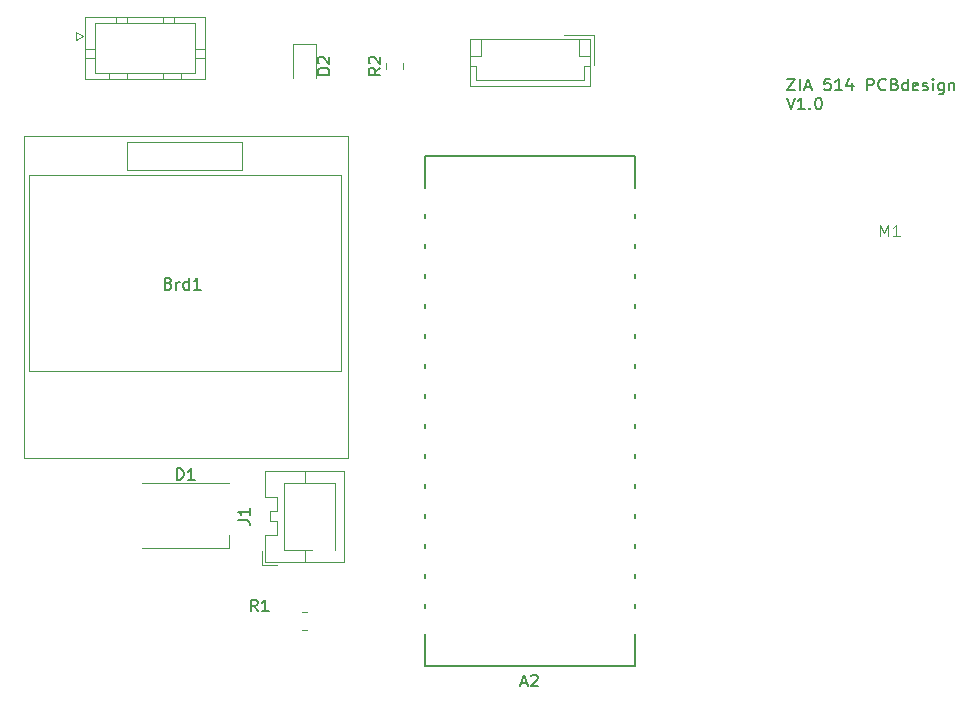
<source format=gbr>
%TF.GenerationSoftware,KiCad,Pcbnew,7.0.10*%
%TF.CreationDate,2024-02-04T18:22:09-08:00*%
%TF.ProjectId,514 pcb design,35313420-7063-4622-9064-657369676e2e,rev?*%
%TF.SameCoordinates,Original*%
%TF.FileFunction,Legend,Top*%
%TF.FilePolarity,Positive*%
%FSLAX46Y46*%
G04 Gerber Fmt 4.6, Leading zero omitted, Abs format (unit mm)*
G04 Created by KiCad (PCBNEW 7.0.10) date 2024-02-04 18:22:09*
%MOMM*%
%LPD*%
G01*
G04 APERTURE LIST*
%ADD10C,0.150000*%
%ADD11C,0.100000*%
%ADD12C,0.120000*%
G04 APERTURE END LIST*
D10*
X150101541Y-62029819D02*
X150768207Y-62029819D01*
X150768207Y-62029819D02*
X150101541Y-63029819D01*
X150101541Y-63029819D02*
X150768207Y-63029819D01*
X151149160Y-63029819D02*
X151149160Y-62029819D01*
X151577731Y-62744104D02*
X152053921Y-62744104D01*
X151482493Y-63029819D02*
X151815826Y-62029819D01*
X151815826Y-62029819D02*
X152149159Y-63029819D01*
X153720588Y-62029819D02*
X153244398Y-62029819D01*
X153244398Y-62029819D02*
X153196779Y-62506009D01*
X153196779Y-62506009D02*
X153244398Y-62458390D01*
X153244398Y-62458390D02*
X153339636Y-62410771D01*
X153339636Y-62410771D02*
X153577731Y-62410771D01*
X153577731Y-62410771D02*
X153672969Y-62458390D01*
X153672969Y-62458390D02*
X153720588Y-62506009D01*
X153720588Y-62506009D02*
X153768207Y-62601247D01*
X153768207Y-62601247D02*
X153768207Y-62839342D01*
X153768207Y-62839342D02*
X153720588Y-62934580D01*
X153720588Y-62934580D02*
X153672969Y-62982200D01*
X153672969Y-62982200D02*
X153577731Y-63029819D01*
X153577731Y-63029819D02*
X153339636Y-63029819D01*
X153339636Y-63029819D02*
X153244398Y-62982200D01*
X153244398Y-62982200D02*
X153196779Y-62934580D01*
X154720588Y-63029819D02*
X154149160Y-63029819D01*
X154434874Y-63029819D02*
X154434874Y-62029819D01*
X154434874Y-62029819D02*
X154339636Y-62172676D01*
X154339636Y-62172676D02*
X154244398Y-62267914D01*
X154244398Y-62267914D02*
X154149160Y-62315533D01*
X155577731Y-62363152D02*
X155577731Y-63029819D01*
X155339636Y-61982200D02*
X155101541Y-62696485D01*
X155101541Y-62696485D02*
X155720588Y-62696485D01*
X156863446Y-63029819D02*
X156863446Y-62029819D01*
X156863446Y-62029819D02*
X157244398Y-62029819D01*
X157244398Y-62029819D02*
X157339636Y-62077438D01*
X157339636Y-62077438D02*
X157387255Y-62125057D01*
X157387255Y-62125057D02*
X157434874Y-62220295D01*
X157434874Y-62220295D02*
X157434874Y-62363152D01*
X157434874Y-62363152D02*
X157387255Y-62458390D01*
X157387255Y-62458390D02*
X157339636Y-62506009D01*
X157339636Y-62506009D02*
X157244398Y-62553628D01*
X157244398Y-62553628D02*
X156863446Y-62553628D01*
X158434874Y-62934580D02*
X158387255Y-62982200D01*
X158387255Y-62982200D02*
X158244398Y-63029819D01*
X158244398Y-63029819D02*
X158149160Y-63029819D01*
X158149160Y-63029819D02*
X158006303Y-62982200D01*
X158006303Y-62982200D02*
X157911065Y-62886961D01*
X157911065Y-62886961D02*
X157863446Y-62791723D01*
X157863446Y-62791723D02*
X157815827Y-62601247D01*
X157815827Y-62601247D02*
X157815827Y-62458390D01*
X157815827Y-62458390D02*
X157863446Y-62267914D01*
X157863446Y-62267914D02*
X157911065Y-62172676D01*
X157911065Y-62172676D02*
X158006303Y-62077438D01*
X158006303Y-62077438D02*
X158149160Y-62029819D01*
X158149160Y-62029819D02*
X158244398Y-62029819D01*
X158244398Y-62029819D02*
X158387255Y-62077438D01*
X158387255Y-62077438D02*
X158434874Y-62125057D01*
X159196779Y-62506009D02*
X159339636Y-62553628D01*
X159339636Y-62553628D02*
X159387255Y-62601247D01*
X159387255Y-62601247D02*
X159434874Y-62696485D01*
X159434874Y-62696485D02*
X159434874Y-62839342D01*
X159434874Y-62839342D02*
X159387255Y-62934580D01*
X159387255Y-62934580D02*
X159339636Y-62982200D01*
X159339636Y-62982200D02*
X159244398Y-63029819D01*
X159244398Y-63029819D02*
X158863446Y-63029819D01*
X158863446Y-63029819D02*
X158863446Y-62029819D01*
X158863446Y-62029819D02*
X159196779Y-62029819D01*
X159196779Y-62029819D02*
X159292017Y-62077438D01*
X159292017Y-62077438D02*
X159339636Y-62125057D01*
X159339636Y-62125057D02*
X159387255Y-62220295D01*
X159387255Y-62220295D02*
X159387255Y-62315533D01*
X159387255Y-62315533D02*
X159339636Y-62410771D01*
X159339636Y-62410771D02*
X159292017Y-62458390D01*
X159292017Y-62458390D02*
X159196779Y-62506009D01*
X159196779Y-62506009D02*
X158863446Y-62506009D01*
X160292017Y-63029819D02*
X160292017Y-62029819D01*
X160292017Y-62982200D02*
X160196779Y-63029819D01*
X160196779Y-63029819D02*
X160006303Y-63029819D01*
X160006303Y-63029819D02*
X159911065Y-62982200D01*
X159911065Y-62982200D02*
X159863446Y-62934580D01*
X159863446Y-62934580D02*
X159815827Y-62839342D01*
X159815827Y-62839342D02*
X159815827Y-62553628D01*
X159815827Y-62553628D02*
X159863446Y-62458390D01*
X159863446Y-62458390D02*
X159911065Y-62410771D01*
X159911065Y-62410771D02*
X160006303Y-62363152D01*
X160006303Y-62363152D02*
X160196779Y-62363152D01*
X160196779Y-62363152D02*
X160292017Y-62410771D01*
X161149160Y-62982200D02*
X161053922Y-63029819D01*
X161053922Y-63029819D02*
X160863446Y-63029819D01*
X160863446Y-63029819D02*
X160768208Y-62982200D01*
X160768208Y-62982200D02*
X160720589Y-62886961D01*
X160720589Y-62886961D02*
X160720589Y-62506009D01*
X160720589Y-62506009D02*
X160768208Y-62410771D01*
X160768208Y-62410771D02*
X160863446Y-62363152D01*
X160863446Y-62363152D02*
X161053922Y-62363152D01*
X161053922Y-62363152D02*
X161149160Y-62410771D01*
X161149160Y-62410771D02*
X161196779Y-62506009D01*
X161196779Y-62506009D02*
X161196779Y-62601247D01*
X161196779Y-62601247D02*
X160720589Y-62696485D01*
X161577732Y-62982200D02*
X161672970Y-63029819D01*
X161672970Y-63029819D02*
X161863446Y-63029819D01*
X161863446Y-63029819D02*
X161958684Y-62982200D01*
X161958684Y-62982200D02*
X162006303Y-62886961D01*
X162006303Y-62886961D02*
X162006303Y-62839342D01*
X162006303Y-62839342D02*
X161958684Y-62744104D01*
X161958684Y-62744104D02*
X161863446Y-62696485D01*
X161863446Y-62696485D02*
X161720589Y-62696485D01*
X161720589Y-62696485D02*
X161625351Y-62648866D01*
X161625351Y-62648866D02*
X161577732Y-62553628D01*
X161577732Y-62553628D02*
X161577732Y-62506009D01*
X161577732Y-62506009D02*
X161625351Y-62410771D01*
X161625351Y-62410771D02*
X161720589Y-62363152D01*
X161720589Y-62363152D02*
X161863446Y-62363152D01*
X161863446Y-62363152D02*
X161958684Y-62410771D01*
X162434875Y-63029819D02*
X162434875Y-62363152D01*
X162434875Y-62029819D02*
X162387256Y-62077438D01*
X162387256Y-62077438D02*
X162434875Y-62125057D01*
X162434875Y-62125057D02*
X162482494Y-62077438D01*
X162482494Y-62077438D02*
X162434875Y-62029819D01*
X162434875Y-62029819D02*
X162434875Y-62125057D01*
X163339636Y-62363152D02*
X163339636Y-63172676D01*
X163339636Y-63172676D02*
X163292017Y-63267914D01*
X163292017Y-63267914D02*
X163244398Y-63315533D01*
X163244398Y-63315533D02*
X163149160Y-63363152D01*
X163149160Y-63363152D02*
X163006303Y-63363152D01*
X163006303Y-63363152D02*
X162911065Y-63315533D01*
X163339636Y-62982200D02*
X163244398Y-63029819D01*
X163244398Y-63029819D02*
X163053922Y-63029819D01*
X163053922Y-63029819D02*
X162958684Y-62982200D01*
X162958684Y-62982200D02*
X162911065Y-62934580D01*
X162911065Y-62934580D02*
X162863446Y-62839342D01*
X162863446Y-62839342D02*
X162863446Y-62553628D01*
X162863446Y-62553628D02*
X162911065Y-62458390D01*
X162911065Y-62458390D02*
X162958684Y-62410771D01*
X162958684Y-62410771D02*
X163053922Y-62363152D01*
X163053922Y-62363152D02*
X163244398Y-62363152D01*
X163244398Y-62363152D02*
X163339636Y-62410771D01*
X163815827Y-62363152D02*
X163815827Y-63029819D01*
X163815827Y-62458390D02*
X163863446Y-62410771D01*
X163863446Y-62410771D02*
X163958684Y-62363152D01*
X163958684Y-62363152D02*
X164101541Y-62363152D01*
X164101541Y-62363152D02*
X164196779Y-62410771D01*
X164196779Y-62410771D02*
X164244398Y-62506009D01*
X164244398Y-62506009D02*
X164244398Y-63029819D01*
X150053922Y-63639819D02*
X150387255Y-64639819D01*
X150387255Y-64639819D02*
X150720588Y-63639819D01*
X151577731Y-64639819D02*
X151006303Y-64639819D01*
X151292017Y-64639819D02*
X151292017Y-63639819D01*
X151292017Y-63639819D02*
X151196779Y-63782676D01*
X151196779Y-63782676D02*
X151101541Y-63877914D01*
X151101541Y-63877914D02*
X151006303Y-63925533D01*
X152006303Y-64544580D02*
X152053922Y-64592200D01*
X152053922Y-64592200D02*
X152006303Y-64639819D01*
X152006303Y-64639819D02*
X151958684Y-64592200D01*
X151958684Y-64592200D02*
X152006303Y-64544580D01*
X152006303Y-64544580D02*
X152006303Y-64639819D01*
X152672969Y-63639819D02*
X152768207Y-63639819D01*
X152768207Y-63639819D02*
X152863445Y-63687438D01*
X152863445Y-63687438D02*
X152911064Y-63735057D01*
X152911064Y-63735057D02*
X152958683Y-63830295D01*
X152958683Y-63830295D02*
X153006302Y-64020771D01*
X153006302Y-64020771D02*
X153006302Y-64258866D01*
X153006302Y-64258866D02*
X152958683Y-64449342D01*
X152958683Y-64449342D02*
X152911064Y-64544580D01*
X152911064Y-64544580D02*
X152863445Y-64592200D01*
X152863445Y-64592200D02*
X152768207Y-64639819D01*
X152768207Y-64639819D02*
X152672969Y-64639819D01*
X152672969Y-64639819D02*
X152577731Y-64592200D01*
X152577731Y-64592200D02*
X152530112Y-64544580D01*
X152530112Y-64544580D02*
X152482493Y-64449342D01*
X152482493Y-64449342D02*
X152434874Y-64258866D01*
X152434874Y-64258866D02*
X152434874Y-64020771D01*
X152434874Y-64020771D02*
X152482493Y-63830295D01*
X152482493Y-63830295D02*
X152530112Y-63735057D01*
X152530112Y-63735057D02*
X152577731Y-63687438D01*
X152577731Y-63687438D02*
X152672969Y-63639819D01*
X97703333Y-79365009D02*
X97846190Y-79412628D01*
X97846190Y-79412628D02*
X97893809Y-79460247D01*
X97893809Y-79460247D02*
X97941428Y-79555485D01*
X97941428Y-79555485D02*
X97941428Y-79698342D01*
X97941428Y-79698342D02*
X97893809Y-79793580D01*
X97893809Y-79793580D02*
X97846190Y-79841200D01*
X97846190Y-79841200D02*
X97750952Y-79888819D01*
X97750952Y-79888819D02*
X97370000Y-79888819D01*
X97370000Y-79888819D02*
X97370000Y-78888819D01*
X97370000Y-78888819D02*
X97703333Y-78888819D01*
X97703333Y-78888819D02*
X97798571Y-78936438D01*
X97798571Y-78936438D02*
X97846190Y-78984057D01*
X97846190Y-78984057D02*
X97893809Y-79079295D01*
X97893809Y-79079295D02*
X97893809Y-79174533D01*
X97893809Y-79174533D02*
X97846190Y-79269771D01*
X97846190Y-79269771D02*
X97798571Y-79317390D01*
X97798571Y-79317390D02*
X97703333Y-79365009D01*
X97703333Y-79365009D02*
X97370000Y-79365009D01*
X98370000Y-79888819D02*
X98370000Y-79222152D01*
X98370000Y-79412628D02*
X98417619Y-79317390D01*
X98417619Y-79317390D02*
X98465238Y-79269771D01*
X98465238Y-79269771D02*
X98560476Y-79222152D01*
X98560476Y-79222152D02*
X98655714Y-79222152D01*
X99417619Y-79888819D02*
X99417619Y-78888819D01*
X99417619Y-79841200D02*
X99322381Y-79888819D01*
X99322381Y-79888819D02*
X99131905Y-79888819D01*
X99131905Y-79888819D02*
X99036667Y-79841200D01*
X99036667Y-79841200D02*
X98989048Y-79793580D01*
X98989048Y-79793580D02*
X98941429Y-79698342D01*
X98941429Y-79698342D02*
X98941429Y-79412628D01*
X98941429Y-79412628D02*
X98989048Y-79317390D01*
X98989048Y-79317390D02*
X99036667Y-79269771D01*
X99036667Y-79269771D02*
X99131905Y-79222152D01*
X99131905Y-79222152D02*
X99322381Y-79222152D01*
X99322381Y-79222152D02*
X99417619Y-79269771D01*
X100417619Y-79888819D02*
X99846191Y-79888819D01*
X100131905Y-79888819D02*
X100131905Y-78888819D01*
X100131905Y-78888819D02*
X100036667Y-79031676D01*
X100036667Y-79031676D02*
X99941429Y-79126914D01*
X99941429Y-79126914D02*
X99846191Y-79174533D01*
X127555714Y-113199104D02*
X128031904Y-113199104D01*
X127460476Y-113484819D02*
X127793809Y-112484819D01*
X127793809Y-112484819D02*
X128127142Y-113484819D01*
X128412857Y-112580057D02*
X128460476Y-112532438D01*
X128460476Y-112532438D02*
X128555714Y-112484819D01*
X128555714Y-112484819D02*
X128793809Y-112484819D01*
X128793809Y-112484819D02*
X128889047Y-112532438D01*
X128889047Y-112532438D02*
X128936666Y-112580057D01*
X128936666Y-112580057D02*
X128984285Y-112675295D01*
X128984285Y-112675295D02*
X128984285Y-112770533D01*
X128984285Y-112770533D02*
X128936666Y-112913390D01*
X128936666Y-112913390D02*
X128365238Y-113484819D01*
X128365238Y-113484819D02*
X128984285Y-113484819D01*
X115644819Y-61126666D02*
X115168628Y-61459999D01*
X115644819Y-61698094D02*
X114644819Y-61698094D01*
X114644819Y-61698094D02*
X114644819Y-61317142D01*
X114644819Y-61317142D02*
X114692438Y-61221904D01*
X114692438Y-61221904D02*
X114740057Y-61174285D01*
X114740057Y-61174285D02*
X114835295Y-61126666D01*
X114835295Y-61126666D02*
X114978152Y-61126666D01*
X114978152Y-61126666D02*
X115073390Y-61174285D01*
X115073390Y-61174285D02*
X115121009Y-61221904D01*
X115121009Y-61221904D02*
X115168628Y-61317142D01*
X115168628Y-61317142D02*
X115168628Y-61698094D01*
X114740057Y-60745713D02*
X114692438Y-60698094D01*
X114692438Y-60698094D02*
X114644819Y-60602856D01*
X114644819Y-60602856D02*
X114644819Y-60364761D01*
X114644819Y-60364761D02*
X114692438Y-60269523D01*
X114692438Y-60269523D02*
X114740057Y-60221904D01*
X114740057Y-60221904D02*
X114835295Y-60174285D01*
X114835295Y-60174285D02*
X114930533Y-60174285D01*
X114930533Y-60174285D02*
X115073390Y-60221904D01*
X115073390Y-60221904D02*
X115644819Y-60793332D01*
X115644819Y-60793332D02*
X115644819Y-60174285D01*
X98411905Y-96014819D02*
X98411905Y-95014819D01*
X98411905Y-95014819D02*
X98650000Y-95014819D01*
X98650000Y-95014819D02*
X98792857Y-95062438D01*
X98792857Y-95062438D02*
X98888095Y-95157676D01*
X98888095Y-95157676D02*
X98935714Y-95252914D01*
X98935714Y-95252914D02*
X98983333Y-95443390D01*
X98983333Y-95443390D02*
X98983333Y-95586247D01*
X98983333Y-95586247D02*
X98935714Y-95776723D01*
X98935714Y-95776723D02*
X98888095Y-95871961D01*
X98888095Y-95871961D02*
X98792857Y-95967200D01*
X98792857Y-95967200D02*
X98650000Y-96014819D01*
X98650000Y-96014819D02*
X98411905Y-96014819D01*
X99935714Y-96014819D02*
X99364286Y-96014819D01*
X99650000Y-96014819D02*
X99650000Y-95014819D01*
X99650000Y-95014819D02*
X99554762Y-95157676D01*
X99554762Y-95157676D02*
X99459524Y-95252914D01*
X99459524Y-95252914D02*
X99364286Y-95300533D01*
X103594819Y-99413333D02*
X104309104Y-99413333D01*
X104309104Y-99413333D02*
X104451961Y-99460952D01*
X104451961Y-99460952D02*
X104547200Y-99556190D01*
X104547200Y-99556190D02*
X104594819Y-99699047D01*
X104594819Y-99699047D02*
X104594819Y-99794285D01*
X104594819Y-98413333D02*
X104594819Y-98984761D01*
X104594819Y-98699047D02*
X103594819Y-98699047D01*
X103594819Y-98699047D02*
X103737676Y-98794285D01*
X103737676Y-98794285D02*
X103832914Y-98889523D01*
X103832914Y-98889523D02*
X103880533Y-98984761D01*
D11*
X157940476Y-75387419D02*
X157940476Y-74387419D01*
X157940476Y-74387419D02*
X158273809Y-75101704D01*
X158273809Y-75101704D02*
X158607142Y-74387419D01*
X158607142Y-74387419D02*
X158607142Y-75387419D01*
X159607142Y-75387419D02*
X159035714Y-75387419D01*
X159321428Y-75387419D02*
X159321428Y-74387419D01*
X159321428Y-74387419D02*
X159226190Y-74530276D01*
X159226190Y-74530276D02*
X159130952Y-74625514D01*
X159130952Y-74625514D02*
X159035714Y-74673133D01*
D10*
X111324819Y-61698094D02*
X110324819Y-61698094D01*
X110324819Y-61698094D02*
X110324819Y-61459999D01*
X110324819Y-61459999D02*
X110372438Y-61317142D01*
X110372438Y-61317142D02*
X110467676Y-61221904D01*
X110467676Y-61221904D02*
X110562914Y-61174285D01*
X110562914Y-61174285D02*
X110753390Y-61126666D01*
X110753390Y-61126666D02*
X110896247Y-61126666D01*
X110896247Y-61126666D02*
X111086723Y-61174285D01*
X111086723Y-61174285D02*
X111181961Y-61221904D01*
X111181961Y-61221904D02*
X111277200Y-61317142D01*
X111277200Y-61317142D02*
X111324819Y-61459999D01*
X111324819Y-61459999D02*
X111324819Y-61698094D01*
X110420057Y-60745713D02*
X110372438Y-60698094D01*
X110372438Y-60698094D02*
X110324819Y-60602856D01*
X110324819Y-60602856D02*
X110324819Y-60364761D01*
X110324819Y-60364761D02*
X110372438Y-60269523D01*
X110372438Y-60269523D02*
X110420057Y-60221904D01*
X110420057Y-60221904D02*
X110515295Y-60174285D01*
X110515295Y-60174285D02*
X110610533Y-60174285D01*
X110610533Y-60174285D02*
X110753390Y-60221904D01*
X110753390Y-60221904D02*
X111324819Y-60793332D01*
X111324819Y-60793332D02*
X111324819Y-60174285D01*
X105243333Y-107134819D02*
X104910000Y-106658628D01*
X104671905Y-107134819D02*
X104671905Y-106134819D01*
X104671905Y-106134819D02*
X105052857Y-106134819D01*
X105052857Y-106134819D02*
X105148095Y-106182438D01*
X105148095Y-106182438D02*
X105195714Y-106230057D01*
X105195714Y-106230057D02*
X105243333Y-106325295D01*
X105243333Y-106325295D02*
X105243333Y-106468152D01*
X105243333Y-106468152D02*
X105195714Y-106563390D01*
X105195714Y-106563390D02*
X105148095Y-106611009D01*
X105148095Y-106611009D02*
X105052857Y-106658628D01*
X105052857Y-106658628D02*
X104671905Y-106658628D01*
X106195714Y-107134819D02*
X105624286Y-107134819D01*
X105910000Y-107134819D02*
X105910000Y-106134819D01*
X105910000Y-106134819D02*
X105814762Y-106277676D01*
X105814762Y-106277676D02*
X105719524Y-106372914D01*
X105719524Y-106372914D02*
X105624286Y-106420533D01*
D12*
%TO.C,Brd1*%
X112870000Y-94180000D02*
X85470000Y-94180000D01*
X112870000Y-66880000D02*
X112870000Y-94180000D01*
X112332000Y-86800000D02*
X112332000Y-70163000D01*
X112332000Y-70163000D02*
X112078000Y-70175000D01*
X108992000Y-86775000D02*
X112332000Y-86800000D01*
X108992000Y-86775000D02*
X85892000Y-86775000D01*
X108992000Y-70175000D02*
X112078000Y-70175000D01*
X103950000Y-69782000D02*
X94171000Y-69782000D01*
X103950000Y-67369000D02*
X103950000Y-69782000D01*
X94171000Y-67369000D02*
X103950000Y-67369000D01*
X94171000Y-67369000D02*
X94171000Y-69782000D01*
X85892000Y-86775000D02*
X85892000Y-70175000D01*
X85892000Y-70175000D02*
X108992000Y-70175000D01*
X85470000Y-94180000D02*
X85470000Y-66880000D01*
X85470000Y-66880000D02*
X112870000Y-66880000D01*
D10*
%TO.C,A2*%
X137160000Y-111760000D02*
X137160000Y-109067600D01*
X137160000Y-111760000D02*
X119380000Y-111760000D01*
X137160000Y-106832400D02*
X137160000Y-106527600D01*
X137160000Y-104292400D02*
X137160000Y-103987600D01*
X137160000Y-101752400D02*
X137160000Y-101447600D01*
X137160000Y-99212400D02*
X137160000Y-98907600D01*
X137160000Y-96672400D02*
X137160000Y-96367600D01*
X137160000Y-94132400D02*
X137160000Y-93827600D01*
X137160000Y-91592400D02*
X137160000Y-91287600D01*
X137160000Y-89052400D02*
X137160000Y-88747600D01*
X137160000Y-86512400D02*
X137160000Y-86207600D01*
X137160000Y-83972400D02*
X137160000Y-83667600D01*
X137160000Y-81432400D02*
X137160000Y-81127600D01*
X137160000Y-78892400D02*
X137160000Y-78587600D01*
X137160000Y-76352400D02*
X137160000Y-76047600D01*
X137160000Y-73812400D02*
X137160000Y-73507600D01*
X137160000Y-71272400D02*
X137160000Y-68580000D01*
X137160000Y-68580000D02*
X119380000Y-68580000D01*
X119380000Y-111760000D02*
X119380000Y-109067600D01*
X119380000Y-106832400D02*
X119380000Y-106527600D01*
X119380000Y-104292400D02*
X119380000Y-103987600D01*
X119380000Y-101752400D02*
X119380000Y-101447600D01*
X119380000Y-99212400D02*
X119380000Y-98907600D01*
X119380000Y-96672400D02*
X119380000Y-96367600D01*
X119380000Y-94132400D02*
X119380000Y-93827600D01*
X119380000Y-91592400D02*
X119380000Y-91287600D01*
X119380000Y-89052400D02*
X119380000Y-88747600D01*
X119380000Y-86512400D02*
X119380000Y-86207600D01*
X119380000Y-83972400D02*
X119380000Y-83667600D01*
X119380000Y-81432400D02*
X119380000Y-81127600D01*
X119380000Y-78892400D02*
X119380000Y-78587600D01*
X119380000Y-76352400D02*
X119380000Y-76047600D01*
X119380000Y-73812400D02*
X119380000Y-73507600D01*
X119380000Y-71272400D02*
X119380000Y-68580000D01*
D12*
%TO.C,R2*%
X117575000Y-61187064D02*
X117575000Y-60732936D01*
X116105000Y-61187064D02*
X116105000Y-60732936D01*
%TO.C,D1*%
X102800000Y-101810000D02*
X102800000Y-100660000D01*
X95500000Y-101810000D02*
X102800000Y-101810000D01*
X95500000Y-96310000D02*
X102800000Y-96310000D01*
%TO.C,J1*%
X112530000Y-95220000D02*
X105910000Y-95220000D01*
X109220000Y-95220000D02*
X109220000Y-96230000D01*
X105910000Y-95220000D02*
X105910000Y-97480000D01*
X111820000Y-96230000D02*
X111820000Y-101930000D01*
X107520000Y-96230000D02*
X111820000Y-96230000D01*
X106910000Y-97480000D02*
X106910000Y-98680000D01*
X105910000Y-97480000D02*
X106910000Y-97480000D01*
X106910000Y-98680000D02*
X106310000Y-98680000D01*
X106310000Y-98680000D02*
X106310000Y-99480000D01*
X106910000Y-99480000D02*
X106910000Y-100680000D01*
X106310000Y-99480000D02*
X106910000Y-99480000D01*
X106910000Y-100680000D02*
X105910000Y-100680000D01*
X105910000Y-100680000D02*
X105910000Y-102940000D01*
X109820000Y-101930000D02*
X107520000Y-101930000D01*
X107520000Y-101930000D02*
X107520000Y-96230000D01*
X105610000Y-101990000D02*
X105610000Y-103240000D01*
X112530000Y-102940000D02*
X112530000Y-95220000D01*
X109220000Y-102940000D02*
X109220000Y-101930000D01*
X105910000Y-102940000D02*
X112530000Y-102940000D01*
X105610000Y-103240000D02*
X106860000Y-103240000D01*
%TO.C,BT1*%
X89850000Y-58120000D02*
X90450000Y-58420000D01*
X89850000Y-58720000D02*
X89850000Y-58120000D01*
X90450000Y-58420000D02*
X89850000Y-58720000D01*
X90650000Y-56810000D02*
X90650000Y-62030000D01*
X90650000Y-59520000D02*
X91510000Y-59520000D01*
X90650000Y-60320000D02*
X91510000Y-60320000D01*
X90650000Y-62030000D02*
X100770000Y-62030000D01*
X91510000Y-57320000D02*
X91510000Y-61520000D01*
X91510000Y-61520000D02*
X99910000Y-61520000D01*
X92680000Y-62030000D02*
X92680000Y-61520000D01*
X93240000Y-56810000D02*
X93240000Y-57320000D01*
X94180000Y-56810000D02*
X94180000Y-57320000D01*
X94180000Y-62030000D02*
X94180000Y-61520000D01*
X97240000Y-56810000D02*
X97240000Y-57320000D01*
X97240000Y-62030000D02*
X97240000Y-61520000D01*
X98180000Y-56810000D02*
X98180000Y-57320000D01*
X98740000Y-62030000D02*
X98740000Y-61520000D01*
X99910000Y-57320000D02*
X91510000Y-57320000D01*
X99910000Y-61520000D02*
X99910000Y-57320000D01*
X100770000Y-56810000D02*
X90650000Y-56810000D01*
X100770000Y-59520000D02*
X99910000Y-59520000D01*
X100770000Y-60320000D02*
X99910000Y-60320000D01*
X100770000Y-62030000D02*
X100770000Y-56810000D01*
%TO.C,SW1*%
X123200000Y-58650000D02*
X123200000Y-62670000D01*
X123200000Y-60150000D02*
X124200000Y-60150000D01*
X123200000Y-62670000D02*
X133420000Y-62670000D01*
X123700000Y-60960000D02*
X123200000Y-60960000D01*
X123700000Y-62170000D02*
X123700000Y-60960000D01*
X124200000Y-60150000D02*
X124200000Y-58650000D01*
X132420000Y-60150000D02*
X132420000Y-58650000D01*
X132920000Y-60960000D02*
X132920000Y-62170000D01*
X132920000Y-62170000D02*
X123700000Y-62170000D01*
X133420000Y-58650000D02*
X123200000Y-58650000D01*
X133420000Y-60150000D02*
X132420000Y-60150000D01*
X133420000Y-60960000D02*
X132920000Y-60960000D01*
X133420000Y-62670000D02*
X133420000Y-58650000D01*
X133720000Y-58350000D02*
X131220000Y-58350000D01*
X133720000Y-60850000D02*
X133720000Y-58350000D01*
%TO.C,D2*%
X110180000Y-59100000D02*
X108260000Y-59100000D01*
X108260000Y-59100000D02*
X108260000Y-61960000D01*
X110180000Y-61960000D02*
X110180000Y-59100000D01*
%TO.C,R1*%
X108992936Y-108685000D02*
X109447064Y-108685000D01*
X108992936Y-107215000D02*
X109447064Y-107215000D01*
%TD*%
M02*

</source>
